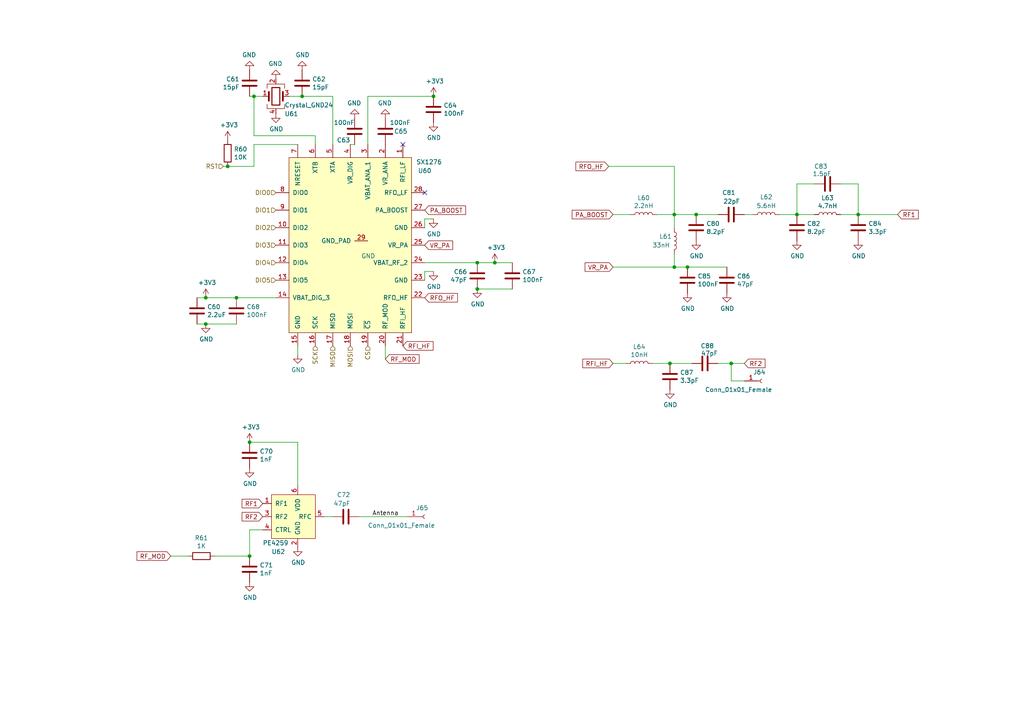
<source format=kicad_sch>
(kicad_sch (version 20211123) (generator eeschema)
  (paper "A4")
  (lib_symbols
    (symbol "AlfredoSuperTester2:PE4259" (pin_names (offset 1.016))
      (property "Reference" "U" (at -7.62 10.16 0))
      (property "Value" "PE4259" (at -5.08 7.62 0))
      (symbol "PE4259_0_1"
        (rectangle (start -6.35 6.35) (end 6.35 -6.35) (fill (type background)))
      )
      (symbol "PE4259_1_1"
        (pin input line (at -8.89 3.81 0) (length 2.54) (name "RF1") (number "1"))
        (pin power_in line (at 1.27 -8.89 90) (length 2.54) (name "GND") (number "2"))
        (pin input line (at -8.89 0 0) (length 2.54) (name "RF2") (number "3"))
        (pin input line (at -8.89 -3.81 0) (length 2.54) (name "CTRL") (number "4"))
        (pin output line (at 8.89 0 180) (length 2.54) (name "RFC") (number "5"))
        (pin power_in line (at 1.27 8.89 270) (length 2.54) (name "VDD") (number "6"))
      )
    )
    (symbol "Connector:Conn_01x01_Female" (pin_names (offset 1.016) hide)
      (property "Reference" "J" (at 0 2.54 0))
      (property "Value" "Conn_01x01_Female" (at 0 -2.54 0))
      (symbol "Conn_01x01_Female_1_1"
        (polyline (pts (xy -1.27 0) (xy -0.508 0)) (stroke (width 0.1524)))
        (arc (start 0 0.508) (mid -0.508 0) (end 0 -0.508) (stroke (width 0.1524)))
        (pin passive line (at -5.08 0 0) (length 3.81) (name "Pin_1") (number "1"))
      )
    )
    (symbol "Device:C" (pin_numbers hide) (pin_names (offset 0.254))
      (property "Reference" "C" (at 0.635 2.54 0))
      (property "Value" "C" (at 0.635 -2.54 0))
      (symbol "C_0_1"
        (polyline (pts (xy -2.032 -0.762) (xy 2.032 -0.762)) (stroke (width 0.508)))
        (polyline (pts (xy -2.032 0.762) (xy 2.032 0.762)) (stroke (width 0.508)))
      )
      (symbol "C_1_1"
        (pin passive line (at 0 3.81 270) (length 2.794) (name "~") (number "1"))
        (pin passive line (at 0 -3.81 90) (length 2.794) (name "~") (number "2"))
      )
    )
    (symbol "Device:Crystal_GND24" (pin_names (offset 1.016) hide)
      (property "Reference" "Y" (at 3.175 5.08 0))
      (property "Value" "Crystal_GND24" (at 3.175 3.175 0))
      (symbol "Crystal_GND24_0_1"
        (rectangle (start -1.143 2.54) (end 1.143 -2.54) (stroke (width 0.3048)))
        (polyline (pts (xy -2.54 0) (xy -2.032 0)))
        (polyline (pts (xy -2.032 -1.27) (xy -2.032 1.27)) (stroke (width 0.508)))
        (polyline (pts (xy 0 -3.81) (xy 0 -3.556)))
        (polyline (pts (xy 0 3.556) (xy 0 3.81)))
        (polyline (pts (xy 2.032 -1.27) (xy 2.032 1.27)) (stroke (width 0.508)))
        (polyline (pts (xy 2.032 0) (xy 2.54 0)))
        (polyline (pts (xy -2.54 -2.286) (xy -2.54 -3.556) (xy 2.54 -3.556) (xy 2.54 -2.286)))
        (polyline (pts (xy -2.54 2.286) (xy -2.54 3.556) (xy 2.54 3.556) (xy 2.54 2.286)))
      )
      (symbol "Crystal_GND24_1_1"
        (pin passive line (at -3.81 0 0) (length 1.27) (name "1") (number "1"))
        (pin passive line (at 0 5.08 270) (length 1.27) (name "2") (number "2"))
        (pin passive line (at 3.81 0 180) (length 1.27) (name "3") (number "3"))
        (pin passive line (at 0 -5.08 90) (length 1.27) (name "4") (number "4"))
      )
    )
    (symbol "Device:L" (pin_numbers hide) (pin_names (offset 1.016) hide)
      (property "Reference" "L" (at -1.27 0 90))
      (property "Value" "L" (at 1.905 0 90))
      (symbol "L_0_1"
        (arc (start 0 -2.54) (mid 0.635 -1.905) (end 0 -1.27))
        (arc (start 0 -1.27) (mid 0.635 -0.635) (end 0 0))
        (arc (start 0 0) (mid 0.635 0.635) (end 0 1.27))
        (arc (start 0 1.27) (mid 0.635 1.905) (end 0 2.54))
      )
      (symbol "L_1_1"
        (pin passive line (at 0 3.81 270) (length 1.27) (name "1") (number "1"))
        (pin passive line (at 0 -3.81 90) (length 1.27) (name "2") (number "2"))
      )
    )
    (symbol "Device:R" (pin_numbers hide) (pin_names (offset 0))
      (property "Reference" "R" (at 2.032 0 90))
      (property "Value" "R" (at 0 0 90))
      (symbol "R_0_1"
        (rectangle (start -1.016 -2.54) (end 1.016 2.54) (stroke (width 0.254)))
      )
      (symbol "R_1_1"
        (pin passive line (at 0 3.81 270) (length 1.27) (name "~") (number "1"))
        (pin passive line (at 0 -3.81 90) (length 1.27) (name "~") (number "2"))
      )
    )
    (symbol "TGD:SX1276" (pin_names (offset 1.016))
      (property "Reference" "U" (at 19.05 21.59 0))
      (property "Value" "SX1276" (at 19.05 24.13 0))
      (symbol "SX1276_0_1"
        (rectangle (start -17.78 25.4) (end 17.78 -25.4) (fill (type background)))
      )
      (symbol "SX1276_1_1"
        (pin output line (at 15.24 29.21 270) (length 3.81) (name "RFI_LF") (number "1"))
        (pin bidirectional line (at -21.59 5.08 0) (length 3.81) (name "DIO2") (number "10"))
        (pin bidirectional line (at -21.59 0 0) (length 3.81) (name "DIO3") (number "11"))
        (pin bidirectional line (at -21.59 -5.08 0) (length 3.81) (name "DIO4") (number "12"))
        (pin bidirectional line (at -21.59 -10.16 0) (length 3.81) (name "DIO5") (number "13"))
        (pin power_in line (at -21.59 -15.24 0) (length 3.81) (name "VBAT_DIG_3") (number "14"))
        (pin power_in line (at -15.24 -29.21 90) (length 3.81) (name "GND") (number "15"))
        (pin input line (at -10.16 -29.21 90) (length 3.81) (name "SCK") (number "16"))
        (pin output line (at -5.08 -29.21 90) (length 3.81) (name "MISO") (number "17"))
        (pin input line (at 0 -29.21 90) (length 3.81) (name "MOSI") (number "18"))
        (pin input line (at 5.08 -29.21 90) (length 3.81) (name "~{CS}") (number "19"))
        (pin power_in line (at 10.16 29.21 270) (length 3.81) (name "VR_ANA") (number "2"))
        (pin output line (at 10.16 -29.21 90) (length 3.81) (name "RF_MOD") (number "20"))
        (pin output line (at 15.24 -29.21 90) (length 3.81) (name "RFI_HF") (number "21"))
        (pin input line (at 21.59 -15.24 180) (length 3.81) (name "RFO_HF") (number "22"))
        (pin power_in line (at 21.59 -10.16 180) (length 3.81) (name "GND") (number "23"))
        (pin power_in line (at 21.59 -5.08 180) (length 3.81) (name "VBAT_RF_2") (number "24"))
        (pin power_in line (at 21.59 0 180) (length 3.81) (name "VR_PA") (number "25"))
        (pin power_in line (at 21.59 5.08 180) (length 3.81) (name "GND") (number "26"))
        (pin power_out line (at 21.59 10.16 180) (length 3.81) (name "PA_BOOST") (number "27"))
        (pin input line (at 21.59 15.24 180) (length 3.81) (name "RFO_LF") (number "28"))
        (pin power_in line (at 5.08 1.27 180) (length 3.81) (name "GND_PAD") (number "29"))
        (pin power_in line (at 5.08 29.21 270) (length 3.81) (name "VBAT_ANA_1") (number "3"))
        (pin power_in line (at 0 29.21 270) (length 3.81) (name "VR_DIG") (number "4"))
        (pin bidirectional line (at -5.08 29.21 270) (length 3.81) (name "XTA") (number "5"))
        (pin bidirectional line (at -10.16 29.21 270) (length 3.81) (name "XTB") (number "6"))
        (pin input line (at -15.24 29.21 270) (length 3.81) (name "NRESET") (number "7"))
        (pin bidirectional line (at -21.59 15.24 0) (length 3.81) (name "DIO0") (number "8"))
        (pin bidirectional line (at -21.59 10.16 0) (length 3.81) (name "DIO1") (number "9"))
      )
    )
    (symbol "power:+3V3" (power) (pin_names (offset 0))
      (property "Value" "+3V3" (at 0 3.556 0))
      (symbol "+3V3_0_1"
        (polyline (pts (xy -0.762 1.27) (xy 0 2.54)))
        (polyline (pts (xy 0 0) (xy 0 2.54)))
        (polyline (pts (xy 0 2.54) (xy 0.762 1.27)))
      )
      (symbol "+3V3_1_1"
        (pin power_in line (at 0 0 90) (length 0) hide (name "+3V3") (number "1"))
      )
    )
    (symbol "power:GND" (power) (pin_names (offset 0))
      (property "Value" "GND" (at 0 -3.81 0))
      (symbol "GND_0_1"
        (polyline (pts (xy 0 0) (xy 0 -1.27) (xy 1.27 -1.27) (xy 0 -2.54) (xy -1.27 -1.27) (xy 0 -1.27)))
      )
      (symbol "GND_1_1"
        (pin power_in line (at 0 0 270) (length 0) hide (name "GND") (number "1"))
      )
    )
  )
  (junction (at 138.43 83.82))
  (junction (at 231.14 62.23))
  (junction (at 248.92 62.23))
  (junction (at 87.63 27.94))
  (junction (at 212.09 105.41))
  (junction (at 195.58 62.23))
  (junction (at 201.93 62.23))
  (junction (at 72.39 128.27))
  (junction (at 66.04 48.26))
  (junction (at 72.39 161.29))
  (junction (at 138.43 76.2))
  (junction (at 68.58 86.36))
  (junction (at 195.58 77.47))
  (junction (at 73.66 27.94))
  (junction (at 59.69 86.36))
  (junction (at 125.73 27.94))
  (junction (at 194.31 105.41))
  (junction (at 59.69 93.98))
  (junction (at 199.39 77.47))
  (junction (at 143.51 76.2))
  (no_connect (at 116.84 41.91))
  (no_connect (at 123.19 55.88))
  (wire (pts (xy 93.98 149.86) (xy 96.52 149.86)))
  (wire (pts (xy 111.76 104.14) (xy 111.76 100.33)))
  (wire (pts (xy 138.43 76.2) (xy 143.51 76.2)))
  (wire (pts (xy 176.53 48.26) (xy 195.58 48.26)))
  (wire (pts (xy 208.28 105.41) (xy 212.09 105.41)))
  (wire (pts (xy 248.92 62.23) (xy 260.35 62.23)))
  (wire (pts (xy 68.58 86.36) (xy 59.69 86.36)))
  (wire (pts (xy 86.36 128.27) (xy 72.39 128.27)))
  (wire (pts (xy 73.66 39.37) (xy 73.66 27.94)))
  (wire (pts (xy 59.69 93.98) (xy 68.58 93.98)))
  (wire (pts (xy 86.36 140.97) (xy 86.36 128.27)))
  (wire (pts (xy 208.28 62.23) (xy 201.93 62.23)))
  (wire (pts (xy 123.19 63.5) (xy 125.73 63.5)))
  (wire (pts (xy 177.8 62.23) (xy 182.88 62.23)))
  (wire (pts (xy 83.82 27.94) (xy 87.63 27.94)))
  (wire (pts (xy 215.9 110.49) (xy 212.09 110.49)))
  (wire (pts (xy 72.39 27.94) (xy 73.66 27.94)))
  (wire (pts (xy 248.92 62.23) (xy 248.92 53.34)))
  (wire (pts (xy 101.6 41.91) (xy 102.87 41.91)))
  (wire (pts (xy 73.66 27.94) (xy 76.2 27.94)))
  (wire (pts (xy 143.51 76.2) (xy 148.59 76.2)))
  (wire (pts (xy 195.58 66.04) (xy 195.58 62.23)))
  (wire (pts (xy 231.14 62.23) (xy 236.22 62.23)))
  (wire (pts (xy 68.58 86.36) (xy 80.01 86.36)))
  (wire (pts (xy 123.19 76.2) (xy 138.43 76.2)))
  (wire (pts (xy 123.19 66.04) (xy 123.19 63.5)))
  (wire (pts (xy 190.5 62.23) (xy 195.58 62.23)))
  (wire (pts (xy 194.31 105.41) (xy 200.66 105.41)))
  (wire (pts (xy 177.8 77.47) (xy 195.58 77.47)))
  (wire (pts (xy 57.15 93.98) (xy 59.69 93.98)))
  (wire (pts (xy 189.23 105.41) (xy 194.31 105.41)))
  (wire (pts (xy 62.23 161.29) (xy 72.39 161.29)))
  (wire (pts (xy 212.09 105.41) (xy 215.9 105.41)))
  (wire (pts (xy 243.84 62.23) (xy 248.92 62.23)))
  (wire (pts (xy 73.66 41.91) (xy 86.36 41.91)))
  (wire (pts (xy 91.44 41.91) (xy 91.44 39.37)))
  (wire (pts (xy 236.22 53.34) (xy 231.14 53.34)))
  (wire (pts (xy 226.06 62.23) (xy 231.14 62.23)))
  (wire (pts (xy 199.39 77.47) (xy 210.82 77.47)))
  (wire (pts (xy 106.68 27.94) (xy 125.73 27.94)))
  (wire (pts (xy 215.9 62.23) (xy 218.44 62.23)))
  (wire (pts (xy 148.59 83.82) (xy 138.43 83.82)))
  (wire (pts (xy 123.19 78.74) (xy 125.73 78.74)))
  (wire (pts (xy 248.92 53.34) (xy 243.84 53.34)))
  (wire (pts (xy 177.8 105.41) (xy 181.61 105.41)))
  (wire (pts (xy 64.77 48.26) (xy 66.04 48.26)))
  (wire (pts (xy 212.09 110.49) (xy 212.09 105.41)))
  (wire (pts (xy 96.52 41.91) (xy 96.52 27.94)))
  (wire (pts (xy 49.53 161.29) (xy 54.61 161.29)))
  (wire (pts (xy 86.36 102.87) (xy 86.36 100.33)))
  (wire (pts (xy 72.39 153.67) (xy 76.2 153.67)))
  (wire (pts (xy 73.66 39.37) (xy 91.44 39.37)))
  (wire (pts (xy 195.58 77.47) (xy 199.39 77.47)))
  (wire (pts (xy 66.04 48.26) (xy 73.66 48.26)))
  (wire (pts (xy 195.58 48.26) (xy 195.58 62.23)))
  (wire (pts (xy 59.69 86.36) (xy 57.15 86.36)))
  (wire (pts (xy 195.58 73.66) (xy 195.58 77.47)))
  (wire (pts (xy 73.66 48.26) (xy 73.66 41.91)))
  (wire (pts (xy 106.68 27.94) (xy 106.68 41.91)))
  (wire (pts (xy 104.14 149.86) (xy 118.11 149.86)))
  (wire (pts (xy 72.39 161.29) (xy 72.39 153.67)))
  (wire (pts (xy 123.19 81.28) (xy 123.19 78.74)))
  (wire (pts (xy 231.14 53.34) (xy 231.14 62.23)))
  (wire (pts (xy 87.63 27.94) (xy 96.52 27.94)))
  (wire (pts (xy 195.58 62.23) (xy 201.93 62.23)))
  (label "Antenna" (at 107.95 149.86 0))
  (global_label "RF1" (shape input) (at 260.35 62.23 0) (property "Intersheet References" "${INTERSHEET_REFS}" (effects hide)))
  (global_label "RFO_HF" (shape input) (at 176.53 48.26 180) (property "Intersheet References" "${INTERSHEET_REFS}" (effects hide)))
  (global_label "RF2" (shape input) (at 215.9 105.41 0) (property "Intersheet References" "${INTERSHEET_REFS}" (effects hide)))
  (global_label "RF_MOD" (shape input) (at 111.76 104.14 0) (property "Intersheet References" "${INTERSHEET_REFS}" (effects hide)))
  (global_label "PA_BOOST" (shape input) (at 177.8 62.23 180) (property "Intersheet References" "${INTERSHEET_REFS}" (effects hide)))
  (global_label "RFI_HF" (shape input) (at 177.8 105.41 180) (property "Intersheet References" "${INTERSHEET_REFS}" (effects hide)))
  (global_label "RFO_HF" (shape input) (at 123.19 86.36 0) (property "Intersheet References" "${INTERSHEET_REFS}" (effects hide)))
  (global_label "VR_PA" (shape input) (at 123.19 71.12 0) (property "Intersheet References" "${INTERSHEET_REFS}" (effects hide)))
  (global_label "PA_BOOST" (shape input) (at 123.19 60.96 0) (property "Intersheet References" "${INTERSHEET_REFS}" (effects hide)))
  (global_label "VR_PA" (shape input) (at 177.8 77.47 180) (property "Intersheet References" "${INTERSHEET_REFS}" (effects hide)))
  (global_label "RF_MOD" (shape input) (at 49.53 161.29 180) (property "Intersheet References" "${INTERSHEET_REFS}" (effects hide)))
  (global_label "RF2" (shape input) (at 76.2 149.86 180) (property "Intersheet References" "${INTERSHEET_REFS}" (effects hide)))
  (global_label "RF1" (shape input) (at 76.2 146.05 180) (property "Intersheet References" "${INTERSHEET_REFS}" (effects hide)))
  (global_label "RFI_HF" (shape input) (at 116.84 100.33 0) (property "Intersheet References" "${INTERSHEET_REFS}" (effects hide)))
  (hierarchical_label "RST" (shape input) (at 64.77 48.26 180))
  (hierarchical_label "DIO0" (shape input) (at 80.01 55.88 180))
  (hierarchical_label "DIO5" (shape input) (at 80.01 81.28 180))
  (hierarchical_label "DIO4" (shape input) (at 80.01 76.2 180))
  (hierarchical_label "MOSI" (shape input) (at 101.6 100.33 270))
  (hierarchical_label "MISO" (shape input) (at 96.52 100.33 270))
  (hierarchical_label "DIO2" (shape input) (at 80.01 66.04 180))
  (hierarchical_label "DIO1" (shape input) (at 80.01 60.96 180))
  (hierarchical_label "CS" (shape input) (at 106.68 100.33 270))
  (hierarchical_label "DIO3" (shape input) (at 80.01 71.12 180))
  (hierarchical_label "SCK" (shape input) (at 91.44 100.33 270))
  (symbol (lib_id "AlfredoSuperTester2:PE4259") (at 85.09 149.86 0) (unit 1)
    (property "Reference" "U62" (at 78.74 160.02 0) (effects (justify left)))
    (property "Value" "PE4259" (at 76.2 157.48 0) (effects (justify left)))
    (property "Footprint" "Package_TO_SOT_SMD:SOT-363_SC-70-6" (effects hide))
    (property "Datasheet" "https://lcsc.com/product-detail/RF-Switches_PSemi-PE4259-63_C470892.html" (effects hide))
    (property "LCSC" "C470892" (effects hide))
  )
  (symbol (lib_id "Device:C") (at 72.39 132.08 180) (unit 1)
    (property "Reference" "C70" (at 75.311 130.9116 0) (effects (justify right)))
    (property "Value" "1nF" (at 75.311 133.223 0) (effects (justify right)))
    (property "Footprint" "Capacitor_SMD:C_0402_1005Metric" (effects hide))
    (property "Datasheet" "https://lcsc.com/product-detail/Multilayer-Ceramic-Capacitors-MLCC-SMD-SMT_FH-Guangdong-Fenghua-Advanced-Tech-0402B102K500NT_C1523.html" (effects hide))
    (property "LCSC" "C1523" (effects hide))
  )
  (symbol (lib_id "power:GND") (at 86.36 158.75 0) (unit 1)
    (property "Reference" "#PWR0159" (effects hide))
    (property "Value" "GND" (at 86.487 163.1442 0))
  )
  (symbol (lib_id "power:GND") (at 72.39 135.89 0) (unit 1)
    (property "Reference" "#PWR0157" (effects hide))
    (property "Value" "GND" (at 72.517 140.2842 0))
  )
  (symbol (lib_id "Device:L") (at 195.58 69.85 0) (unit 1)
    (property "Reference" "L61" (at 193.04 68.58 0))
    (property "Value" "33nH" (at 191.77 71.12 0))
    (property "Footprint" "Inductor_SMD:L_0402_1005Metric" (effects hide))
    (property "Datasheet" "https://lcsc.com/product-detail/Inductors-SMD_Murata-Electronics-LQW15AN33NH00D_C307609.html" (effects hide))
    (property "LCSC" "C307609	" (effects hide))
  )
  (symbol (lib_id "Device:L") (at 186.69 62.23 90) (unit 1)
    (property "Reference" "L60" (at 186.69 57.404 90))
    (property "Value" "2.2nH" (at 186.69 59.69 90))
    (property "Footprint" "Inductor_SMD:L_0402_1005Metric" (effects hide))
    (property "Datasheet" "https://lcsc.com/product-detail/HF-Inductors_Murata-Electronics-LQP15MN2N2B02D_C77120.html" (effects hide))
    (property "LCSC" "C77120	" (effects hide))
  )
  (symbol (lib_id "Device:R") (at 58.42 161.29 270) (unit 1)
    (property "Reference" "R61" (at 58.42 156.0322 90))
    (property "Value" "1K" (at 58.42 158.3436 90))
    (property "Footprint" "Resistor_SMD:R_0402_1005Metric" (effects hide))
    (property "Datasheet" "https://lcsc.com/product-detail/Chip-Resistor-Surface-Mount_UNI-ROYAL-Uniroyal-Elec-0402WGF1001TCE_C11702.html" (effects hide))
    (property "LCSC" "C11702" (effects hide))
  )
  (symbol (lib_id "Device:C") (at 100.33 149.86 90) (unit 1)
    (property "Reference" "C72" (at 101.6 143.51 90) (effects (justify left)))
    (property "Value" "47pF" (at 101.6 146.05 90) (effects (justify left)))
    (property "Footprint" "Capacitor_SMD:C_0402_1005Metric" (effects hide))
    (property "Datasheet" "https://lcsc.com/product-detail/Multilayer-Ceramic-Capacitors-MLCC-SMD-SMT_FH-Guangdong-Fenghua-Advanced-Tech-0402CG470J500NT_C1567.html" (effects hide))
    (property "LCSC" "C1567" (effects hide))
  )
  (symbol (lib_id "Device:C") (at 72.39 165.1 180) (unit 1)
    (property "Reference" "C71" (at 75.311 163.9316 0) (effects (justify right)))
    (property "Value" "1nF" (at 75.311 166.243 0) (effects (justify right)))
    (property "Footprint" "Capacitor_SMD:C_0402_1005Metric" (effects hide))
    (property "Datasheet" "https://lcsc.com/product-detail/Multilayer-Ceramic-Capacitors-MLCC-SMD-SMT_FH-Guangdong-Fenghua-Advanced-Tech-0402B102K500NT_C1523.html" (effects hide))
    (property "LCSC" "C1523" (effects hide))
  )
  (symbol (lib_id "power:GND") (at 72.39 168.91 0) (unit 1)
    (property "Reference" "#PWR0160" (effects hide))
    (property "Value" "GND" (at 72.517 173.3042 0))
  )
  (symbol (lib_id "Device:C") (at 212.09 62.23 90) (unit 1)
    (property "Reference" "C81" (at 213.36 55.88 90) (effects (justify left)))
    (property "Value" "22pF" (at 214.63 58.42 90) (effects (justify left)))
    (property "Footprint" "Capacitor_SMD:C_0402_1005Metric" (effects hide))
    (property "Datasheet" "https://lcsc.com/product-detail/Multilayer-Ceramic-Capacitors-MLCC-SMD-SMT_FH-Guangdong-Fenghua-Advanced-Tech-0402CG220J500NT_C1555.html" (effects hide))
    (property "LCSC" "C1555" (effects hide))
  )
  (symbol (lib_id "power:GND") (at 231.14 69.85 0) (unit 1)
    (property "Reference" "#PWR0123" (effects hide))
    (property "Value" "GND" (at 231.267 74.2442 0))
  )
  (symbol (lib_id "Device:L") (at 222.25 62.23 90) (unit 1)
    (property "Reference" "L62" (at 222.25 57.15 90))
    (property "Value" "5.6nH" (at 222.25 59.69 90))
    (property "Footprint" "Inductor_SMD:L_0402_1005Metric" (effects hide))
    (property "Datasheet" "https://lcsc.com/product-detail/HF-Inductors_Taiyo-Yuden-HK10055N6S-T_C87183.html" (effects hide))
    (property "LCSC" "C87183" (effects hide))
  )
  (symbol (lib_id "Device:C") (at 248.92 66.04 0) (unit 1)
    (property "Reference" "C84" (at 251.841 64.8716 0) (effects (justify left)))
    (property "Value" "3.3pF" (at 251.841 67.183 0) (effects (justify left)))
    (property "Footprint" "Capacitor_SMD:C_0402_1005Metric" (effects hide))
    (property "Datasheet" "https://lcsc.com/product-detail/Multilayer-Ceramic-Capacitors-MLCC-SMD-SMT_FH-Guangdong-Fenghua-Advanced-Tech-0402CG3R3C500NT_C1565.html" (effects hide))
    (property "LCSC" "C1565" (effects hide))
  )
  (symbol (lib_id "Device:C") (at 231.14 66.04 0) (unit 1)
    (property "Reference" "C82" (at 234.061 64.8716 0) (effects (justify left)))
    (property "Value" "8.2pF" (at 234.061 67.183 0) (effects (justify left)))
    (property "Footprint" "Capacitor_SMD:C_0402_1005Metric" (effects hide))
    (property "Datasheet" "https://lcsc.com/product-detail/Multilayer-Ceramic-Capacitors-MLCC-SMD-SMT_Samsung-Electro-Mechanics-CL05C8R2CB5NNNC_C318599.html" (effects hide))
    (property "LCSC" "C318599" (effects hide))
  )
  (symbol (lib_id "Device:C") (at 240.03 53.34 90) (unit 1)
    (property "Reference" "C83" (at 240.03 48.26 90) (effects (justify left)))
    (property "Value" "1.5pF" (at 241.173 50.419 90) (effects (justify left)))
    (property "Footprint" "Capacitor_SMD:C_0402_1005Metric" (effects hide))
    (property "Datasheet" "https://lcsc.com/product-detail/Multilayer-Ceramic-Capacitors-MLCC-SMD-SMT_FH-Guangdong-Fenghua-Advanced-Tech-0402CG1R5C500NT_C1552.html" (effects hide))
    (property "LCSC" "C1552" (effects hide))
  )
  (symbol (lib_id "Device:L") (at 240.03 62.23 90) (unit 1)
    (property "Reference" "L63" (at 240.03 57.404 90))
    (property "Value" "4.7nH" (at 240.03 59.7154 90))
    (property "Footprint" "Inductor_SMD:L_0402_1005Metric" (effects hide))
    (property "Datasheet" "https://lcsc.com/product-detail/HF-Inductors_Sunlord-SDCL1005C4N7STDF_C13595.html" (effects hide))
    (property "LCSC" "C13595" (effects hide))
  )
  (symbol (lib_id "power:GND") (at 201.93 69.85 0) (unit 1)
    (property "Reference" "#PWR0161" (effects hide))
    (property "Value" "GND" (at 202.057 74.2442 0))
  )
  (symbol (lib_id "Device:C") (at 201.93 66.04 0) (unit 1)
    (property "Reference" "C80" (at 204.851 64.8716 0) (effects (justify left)))
    (property "Value" "8.2pF" (at 204.851 67.183 0) (effects (justify left)))
    (property "Footprint" "Capacitor_SMD:C_0402_1005Metric" (effects hide))
    (property "Datasheet" "https://lcsc.com/product-detail/Multilayer-Ceramic-Capacitors-MLCC-SMD-SMT_Samsung-Electro-Mechanics-CL05C8R2CB5NNNC_C318599.html" (effects hide))
    (property "LCSC" "C318599" (effects hide))
  )
  (symbol (lib_id "power:GND") (at 210.82 85.09 0) (unit 1)
    (property "Reference" "#PWR0162" (effects hide))
    (property "Value" "GND" (at 210.947 89.4842 0))
  )
  (symbol (lib_id "Device:C") (at 210.82 81.28 0) (unit 1)
    (property "Reference" "C86" (at 213.741 80.1116 0) (effects (justify left)))
    (property "Value" "47pF" (at 213.741 82.423 0) (effects (justify left)))
    (property "Footprint" "Capacitor_SMD:C_0402_1005Metric" (effects hide))
    (property "Datasheet" "https://lcsc.com/product-detail/Multilayer-Ceramic-Capacitors-MLCC-SMD-SMT_FH-Guangdong-Fenghua-Advanced-Tech-0402CG470J500NT_C1567.html" (effects hide))
    (property "LCSC" "C1567" (effects hide))
  )
  (symbol (lib_id "power:GND") (at 199.39 85.09 0) (unit 1)
    (property "Reference" "#PWR0156" (effects hide))
    (property "Value" "GND" (at 199.517 89.4842 0))
  )
  (symbol (lib_id "Device:C") (at 199.39 81.28 0) (unit 1)
    (property "Reference" "C85" (at 202.311 80.1116 0) (effects (justify left)))
    (property "Value" "100nF" (at 202.311 82.423 0) (effects (justify left)))
    (property "Footprint" "Capacitor_SMD:C_0402_1005Metric" (effects hide))
    (property "Datasheet" "https://lcsc.com/product-detail/Multilayer-Ceramic-Capacitors-MLCC-SMD-SMT_Samsung-Electro-Mechanics-CL05B104KO5NNNC_C1525.html" (effects hide))
    (property "LCSC" "C1525" (effects hide))
  )
  (symbol (lib_id "Connector:Conn_01x01_Female") (at 123.19 149.86 0) (unit 1)
    (property "Reference" "J65" (at 120.65 147.32 0) (effects (justify left)))
    (property "Value" "Conn_01x01_Female" (at 106.68 152.4 0) (effects (justify left)))
    (property "Footprint" "lib_fp:TGD-antenna-THT" (effects hide))
  )
  (symbol (lib_id "power:GND") (at 194.31 113.03 0) (unit 1)
    (property "Reference" "#PWR0132" (effects hide))
    (property "Value" "GND" (at 194.437 117.4242 0))
  )
  (symbol (lib_id "power:GND") (at 106.68 69.85 0) (unit 1)
    (property "Reference" "#PWR0133" (effects hide))
    (property "Value" "GND" (at 106.807 74.2442 0))
  )
  (symbol (lib_id "power:GND") (at 125.73 78.74 0) (unit 1)
    (property "Reference" "#PWR0134" (effects hide))
    (property "Value" "GND" (at 125.857 83.1342 0))
  )
  (symbol (lib_id "TGD:SX1276") (at 101.6 71.12 0) (unit 1)
    (property "Reference" "U60" (at 123.19 49.53 0))
    (property "Value" "SX1276" (at 124.46 46.99 0))
    (property "Footprint" "lib_fp:TGD-QFN-28-1EP_6x6mm_P0.65mm_EP4.8x4.8mm" (effects hide))
    (property "Datasheet" "https://lcsc.com/product-detail/RF-Transceiver-ICs_SEMTECH-SX1276IMLTRT_C80171.html/?href=jlc-SMT" (effects hide))
    (property "LCSC" "C80171" (effects hide))
  )
  (symbol (lib_id "Device:C") (at 102.87 38.1 180) (unit 1)
    (property "Reference" "C63" (at 101.6 40.64 0) (effects (justify left)))
    (property "Value" "100nF" (at 102.87 35.56 0) (effects (justify left)))
    (property "Footprint" "Capacitor_SMD:C_0402_1005Metric" (effects hide))
    (property "Datasheet" "https://lcsc.com/product-detail/Multilayer-Ceramic-Capacitors-MLCC-SMD-SMT_Samsung-Electro-Mechanics-CL05B104KO5NNNC_C1525.html" (effects hide))
    (property "LCSC" "C1525" (effects hide))
  )
  (symbol (lib_id "power:GND") (at 102.87 34.29 180) (unit 1)
    (property "Reference" "#PWR0135" (effects hide))
    (property "Value" "GND" (at 102.743 29.8958 0))
  )
  (symbol (lib_id "Device:C") (at 111.76 38.1 180) (unit 1)
    (property "Reference" "C65" (at 114.3 38.1 0) (effects (justify right)))
    (property "Value" "100nF" (at 113.03 35.56 0) (effects (justify right)))
    (property "Footprint" "Capacitor_SMD:C_0402_1005Metric" (effects hide))
    (property "Datasheet" "https://lcsc.com/product-detail/Multilayer-Ceramic-Capacitors-MLCC-SMD-SMT_Samsung-Electro-Mechanics-CL05B104KO5NNNC_C1525.html" (effects hide))
    (property "LCSC" "C1525" (effects hide))
  )
  (symbol (lib_id "power:GND") (at 111.76 34.29 180) (unit 1)
    (property "Reference" "#PWR0136" (effects hide))
    (property "Value" "GND" (at 111.633 29.8958 0))
  )
  (symbol (lib_id "Device:C") (at 68.58 90.17 0) (unit 1)
    (property "Reference" "C68" (at 71.501 89.0016 0) (effects (justify left)))
    (property "Value" "100nF" (at 71.501 91.313 0) (effects (justify left)))
    (property "Footprint" "Capacitor_SMD:C_0603_1608Metric" (effects hide))
    (property "Datasheet" "https://lcsc.com/product-detail/Multilayer-Ceramic-Capacitors-MLCC-SMD-SMT_YAGEO-CC0603KRX7R9BB104_C14663.html" (effects hide))
    (property "LCSC" "C14663" (effects hide))
  )
  (symbol (lib_id "power:GND") (at 59.69 93.98 0) (unit 1)
    (property "Reference" "#PWR0137" (effects hide))
    (property "Value" "GND" (at 59.817 98.3742 0))
  )
  (symbol (lib_id "Device:C") (at 138.43 80.01 0) (mirror y) (unit 1)
    (property "Reference" "C66" (at 135.509 78.8416 0) (effects (justify left)))
    (property "Value" "47pF" (at 135.509 81.153 0) (effects (justify left)))
    (property "Footprint" "Capacitor_SMD:C_0402_1005Metric" (effects hide))
    (property "Datasheet" "https://lcsc.com/product-detail/Multilayer-Ceramic-Capacitors-MLCC-SMD-SMT_FH-Guangdong-Fenghua-Advanced-Tech-0402CG470J500NT_C1567.html" (effects hide))
    (property "LCSC" "C1567" (effects hide))
  )
  (symbol (lib_id "power:GND") (at 138.43 83.82 0) (unit 1)
    (property "Reference" "#PWR0138" (effects hide))
    (property "Value" "GND" (at 138.557 88.2142 0))
  )
  (symbol (lib_id "Device:C") (at 148.59 80.01 0) (unit 1)
    (property "Reference" "C67" (at 151.511 78.8416 0) (effects (justify left)))
    (property "Value" "100nF" (at 151.511 81.153 0) (effects (justify left)))
    (property "Footprint" "Capacitor_SMD:C_0402_1005Metric" (effects hide))
    (property "Datasheet" "https://lcsc.com/product-detail/Multilayer-Ceramic-Capacitors-MLCC-SMD-SMT_Samsung-Electro-Mechanics-CL05B104KO5NNNC_C1525.html" (effects hide))
    (property "LCSC" "C1525" (effects hide))
  )
  (symbol (lib_id "Device:C") (at 125.73 31.75 0) (unit 1)
    (property "Reference" "C64" (at 128.651 30.5816 0) (effects (justify left)))
    (property "Value" "100nF" (at 128.651 32.893 0) (effects (justify left)))
    (property "Footprint" "Capacitor_SMD:C_0402_1005Metric" (effects hide))
    (property "Datasheet" "https://lcsc.com/product-detail/Multilayer-Ceramic-Capacitors-MLCC-SMD-SMT_Samsung-Electro-Mechanics-CL05B104KO5NNNC_C1525.html" (effects hide))
    (property "LCSC" "C1525" (effects hide))
  )
  (symbol (lib_id "power:GND") (at 125.73 35.56 0) (unit 1)
    (property "Reference" "#PWR0139" (effects hide))
    (property "Value" "GND" (at 125.857 39.9542 0))
  )
  (symbol (lib_id "power:GND") (at 125.73 63.5 0) (unit 1)
    (property "Reference" "#PWR0140" (effects hide))
    (property "Value" "GND" (at 125.857 67.8942 0))
  )
  (symbol (lib_id "Device:C") (at 72.39 24.13 0) (mirror y) (unit 1)
    (property "Reference" "C61" (at 69.469 22.9616 0) (effects (justify left)))
    (property "Value" "15pF" (at 69.469 25.273 0) (effects (justify left)))
    (property "Footprint" "Capacitor_SMD:C_0402_1005Metric" (effects hide))
    (property "Datasheet" "https://lcsc.com/product-detail/Multilayer-Ceramic-Capacitors-MLCC-SMD-SMT_FH-Guangdong-Fenghua-Advanced-Tech-0402CG150J500NT_C1548.html" (effects hide))
    (property "LCSC" "C1548" (effects hide))
  )
  (symbol (lib_id "power:GND") (at 72.39 20.32 180) (unit 1)
    (property "Reference" "#PWR0141" (effects hide))
    (property "Value" "GND" (at 72.263 15.9258 0))
  )
  (symbol (lib_id "Device:C") (at 87.63 24.13 0) (unit 1)
    (property "Reference" "C62" (at 90.551 22.9616 0) (effects (justify left)))
    (property "Value" "15pF" (at 90.551 25.273 0) (effects (justify left)))
    (property "Footprint" "Capacitor_SMD:C_0402_1005Metric" (effects hide))
    (property "Datasheet" "https://lcsc.com/product-detail/Multilayer-Ceramic-Capacitors-MLCC-SMD-SMT_FH-Guangdong-Fenghua-Advanced-Tech-0402CG150J500NT_C1548.html" (effects hide))
    (property "LCSC" "C1548" (effects hide))
  )
  (symbol (lib_id "power:GND") (at 87.63 20.32 0) (mirror x) (unit 1)
    (property "Reference" "#PWR0142" (effects hide))
    (property "Value" "GND" (at 87.757 15.9258 0))
  )
  (symbol (lib_id "Device:Crystal_GND24") (at 80.01 27.94 0) (unit 1)
    (property "Reference" "U61" (at 82.55 33.02 0) (effects (justify left)))
    (property "Value" "Crystal_GND24" (at 82.55 30.48 0) (effects (justify left)))
    (property "Footprint" "Crystal:Crystal_SMD_3225-4Pin_3.2x2.5mm" (effects hide))
    (property "Datasheet" "https://lcsc.com/product-detail/SMD-Crystal-Resonators_KDS-Daishinku-1C232000AA0B_C253728.html" (effects hide))
    (property "LCSC" "C253728" (effects hide))
  )
  (symbol (lib_id "power:GND") (at 80.01 22.86 180) (unit 1)
    (property "Reference" "#PWR0143" (effects hide))
    (property "Value" "GND" (at 79.883 18.4658 0))
  )
  (symbol (lib_id "power:GND") (at 80.01 33.02 0) (unit 1)
    (property "Reference" "#PWR0144" (effects hide))
    (property "Value" "GND" (at 80.137 37.4142 0))
  )
  (symbol (lib_id "Device:L") (at 185.42 105.41 90) (unit 1)
    (property "Reference" "L64" (at 185.42 100.584 90))
    (property "Value" "10nH" (at 185.42 102.8954 90))
    (property "Footprint" "Inductor_SMD:L_0402_1005Metric" (effects hide))
    (property "Datasheet" "https://lcsc.com/product-detail/HF-Inductors_Sunlord-SDCL1005C10NJTDF_C27147.html" (effects hide))
    (property "LCSC" "C27147" (effects hide))
  )
  (symbol (lib_id "Device:C") (at 194.31 109.22 0) (unit 1)
    (property "Reference" "C87" (at 197.231 108.0516 0) (effects (justify left)))
    (property "Value" "3.3pF" (at 197.231 110.363 0) (effects (justify left)))
    (property "Footprint" "Capacitor_SMD:C_0402_1005Metric" (effects hide))
    (property "Datasheet" "https://lcsc.com/product-detail/Multilayer-Ceramic-Capacitors-MLCC-SMD-SMT_FH-Guangdong-Fenghua-Advanced-Tech-0402CG3R3C500NT_C1565.html" (effects hide))
    (property "LCSC" "C1565" (effects hide))
  )
  (symbol (lib_id "Device:C") (at 204.47 105.41 270) (mirror x) (unit 1)
    (property "Reference" "C88" (at 203.2 100.33 90) (effects (justify left)))
    (property "Value" "47pF" (at 203.327 102.489 90) (effects (justify left)))
    (property "Footprint" "Capacitor_SMD:C_0402_1005Metric" (effects hide))
    (property "Datasheet" "https://lcsc.com/product-detail/Multilayer-Ceramic-Capacitors-MLCC-SMD-SMT_FH-Guangdong-Fenghua-Advanced-Tech-0402CG470J500NT_C1567.html" (effects hide))
    (property "LCSC" "C1567" (effects hide))
  )
  (symbol (lib_id "power:GND") (at 86.36 102.87 0) (unit 1)
    (property "Reference" "#PWR0145" (effects hide))
    (property "Value" "GND" (at 86.487 107.2642 0))
  )
  (symbol (lib_id "Device:R") (at 66.04 44.45 0) (unit 1)
    (property "Reference" "R60" (at 67.818 43.2816 0) (effects (justify left)))
    (property "Value" "10K" (at 67.818 45.593 0) (effects (justify left)))
    (property "Footprint" "Resistor_SMD:R_0603_1608Metric_Pad0.98x0.95mm_HandSolder" (effects hide))
    (property "Datasheet" "https://lcsc.com/product-detail/Chip-Resistor-Surface-Mount_UNI-ROYAL-Uniroyal-Elec-0603WAF1002T5E_C25804.html" (effects hide))
    (property "LCSC" "C25804" (effects hide))
  )
  (symbol (lib_id "power:+3V3") (at 125.73 27.94 0) (unit 1)
    (property "Reference" "#PWR0146" (effects hide))
    (property "Value" "+3V3" (at 126.111 23.5458 0))
  )
  (symbol (lib_id "power:+3V3") (at 143.51 76.2 0) (unit 1)
    (property "Reference" "#PWR0147" (effects hide))
    (property "Value" "+3V3" (at 143.891 71.8058 0))
  )
  (symbol (lib_id "power:+3V3") (at 59.69 86.36 0) (unit 1)
    (property "Reference" "#PWR0148" (effects hide))
    (property "Value" "+3V3" (at 60.071 81.9658 0))
  )
  (symbol (lib_id "power:+3V3") (at 66.04 40.64 0) (unit 1)
    (property "Reference" "#PWR0149" (effects hide))
    (property "Value" "+3V3" (at 66.421 36.2458 0))
  )
  (symbol (lib_id "Device:C") (at 57.15 90.17 0) (unit 1)
    (property "Reference" "C60" (at 60.071 89.0016 0) (effects (justify left)))
    (property "Value" "2.2uF" (at 60.071 91.313 0) (effects (justify left)))
    (property "Footprint" "Capacitor_SMD:C_0603_1608Metric" (effects hide))
    (property "Datasheet" "https://lcsc.com/product-detail/Multilayer-Ceramic-Capacitors-MLCC-SMD-SMT_Samsung-Electro-Mechanics-CL10A225KO8NNNC_C23630.html" (effects hide))
    (property "LCSC" "C23630	" (effects hide))
  )
  (symbol (lib_id "power:GND") (at 248.92 69.85 0) (unit 1)
    (property "Reference" "#PWR0234" (effects hide))
    (property "Value" "GND" (at 249.047 74.2442 0))
  )
  (symbol (lib_id "power:+3V3") (at 72.39 128.27 0) (unit 1)
    (property "Reference" "#PWR0115" (effects hide))
    (property "Value" "+3V3" (at 72.771 123.8758 0))
  )
  (symbol (lib_id "Connector:Conn_01x01_Female") (at 220.98 110.49 0) (unit 1)
    (property "Reference" "J64" (at 218.44 107.95 0) (effects (justify left)))
    (property "Value" "Conn_01x01_Female" (at 204.47 113.03 0) (effects (justify left)))
    (property "Footprint" "lib_fp:TGD-antenna-THT" (effects hide))
  )
)
</source>
